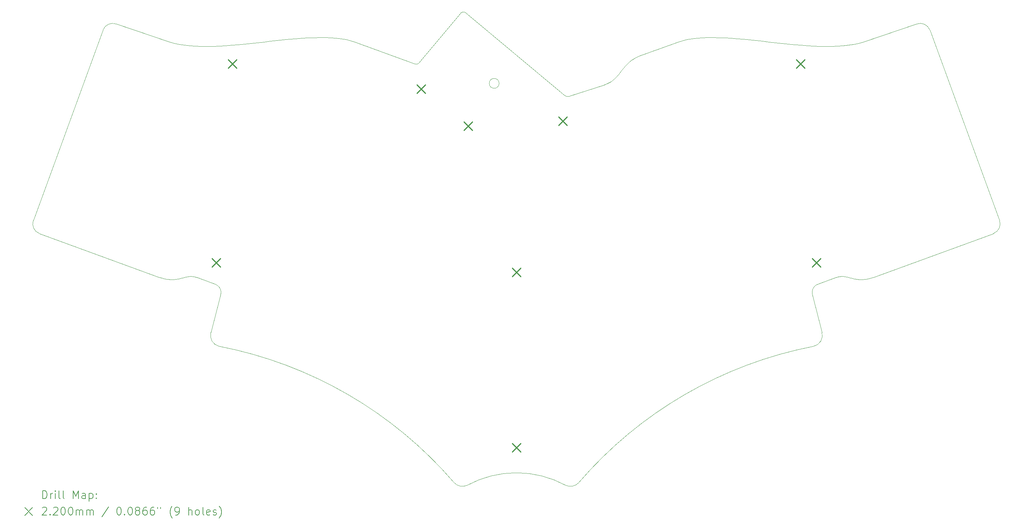
<source format=gbr>
%FSLAX45Y45*%
G04 Gerber Fmt 4.5, Leading zero omitted, Abs format (unit mm)*
G04 Created by KiCad (PCBNEW (6.0.0)) date 2023-05-15 23:42:06*
%MOMM*%
%LPD*%
G01*
G04 APERTURE LIST*
%ADD10C,0.050000*%
%TA.AperFunction,Profile*%
%ADD11C,0.050000*%
%TD*%
%ADD12C,0.200000*%
%ADD13C,0.220000*%
G04 APERTURE END LIST*
D10*
X10699177Y-3970000D02*
X10588675Y-3936794D01*
X10471572Y-3910015D01*
X10348287Y-3889234D01*
X10219240Y-3874023D01*
X10084849Y-3863954D01*
X9945533Y-3858599D01*
X9801711Y-3857527D01*
X9653802Y-3860312D01*
X9502226Y-3866525D01*
X9347400Y-3875737D01*
X9189744Y-3887520D01*
X9029677Y-3901445D01*
X8867618Y-3917084D01*
X8703986Y-3934009D01*
X8539199Y-3951790D01*
X8373677Y-3970000D01*
X8207839Y-3988210D01*
X8042103Y-4005991D01*
X7876889Y-4022916D01*
X7712615Y-4038555D01*
X7549700Y-4052480D01*
X7388564Y-4064263D01*
X7229625Y-4073475D01*
X7073302Y-4079687D01*
X6920015Y-4082472D01*
X6770181Y-4081401D01*
X6624221Y-4076045D01*
X6482552Y-4065976D01*
X6345595Y-4050766D01*
X6213767Y-4029985D01*
X6087488Y-4003206D01*
X5967177Y-3970000D01*
D11*
X5667121Y-9982459D02*
X2635164Y-8873841D01*
X23699177Y-3970000D02*
X25069806Y-3511323D01*
D10*
X6679177Y-10000000D02*
X6647047Y-9989952D01*
X6616198Y-9982198D01*
X6586506Y-9976568D01*
X6557845Y-9972895D01*
X6530091Y-9971012D01*
X6503119Y-9970749D01*
X6476803Y-9971939D01*
X6451020Y-9974413D01*
X6425644Y-9978005D01*
X6400550Y-9982546D01*
X6375613Y-9987867D01*
X6350709Y-9993802D01*
X6325713Y-10000181D01*
X6300499Y-10006837D01*
X6274943Y-10013602D01*
X6248920Y-10020307D01*
X6222305Y-10026786D01*
X6194973Y-10032869D01*
X6166800Y-10038389D01*
X6137659Y-10043178D01*
X6107428Y-10047068D01*
X6075980Y-10049891D01*
X6043190Y-10051478D01*
X6008935Y-10051662D01*
X5973088Y-10050275D01*
X5935525Y-10047149D01*
X5896122Y-10042115D01*
X5854753Y-10035007D01*
X5811293Y-10025655D01*
X5765618Y-10013891D01*
X5717602Y-9999549D01*
X5667121Y-9982459D01*
D11*
X22437177Y-11760000D02*
G75*
G03*
X16427177Y-15250000I2007942J-10377602D01*
G01*
X13403440Y-3238738D02*
X12335215Y-4506896D01*
X2478455Y-8537246D02*
G75*
G03*
X2635164Y-8873841I246664J-89937D01*
G01*
X25406401Y-3668032D02*
G75*
G03*
X25069806Y-3511323I-246658J-89955D01*
G01*
D10*
X18967177Y-3970000D02*
X19077680Y-3936794D01*
X19194783Y-3910015D01*
X19318067Y-3889234D01*
X19447115Y-3874023D01*
X19581506Y-3863954D01*
X19720822Y-3858599D01*
X19864644Y-3857527D01*
X20012552Y-3860312D01*
X20164129Y-3866525D01*
X20318955Y-3875737D01*
X20476610Y-3887520D01*
X20636677Y-3901445D01*
X20798736Y-3917084D01*
X20962369Y-3934009D01*
X21127155Y-3951790D01*
X21292677Y-3970000D01*
X21458516Y-3988210D01*
X21624251Y-4005991D01*
X21789466Y-4022916D01*
X21953740Y-4038555D01*
X22116654Y-4052480D01*
X22277790Y-4064263D01*
X22436729Y-4073475D01*
X22593052Y-4079687D01*
X22746340Y-4082472D01*
X22896173Y-4081401D01*
X23042134Y-4076045D01*
X23183802Y-4065976D01*
X23320760Y-4050766D01*
X23452587Y-4029985D01*
X23578866Y-4003206D01*
X23699177Y-3970000D01*
X22557177Y-10160000D02*
X22546955Y-10163897D01*
X22536925Y-10168091D01*
X22527101Y-10172586D01*
X22517500Y-10177386D01*
X22508138Y-10182496D01*
X22499030Y-10187918D01*
X22490191Y-10193657D01*
X22481638Y-10199717D01*
X22473385Y-10206102D01*
X22465449Y-10212816D01*
X22457846Y-10219863D01*
X22450590Y-10227247D01*
X22443699Y-10234973D01*
X22437186Y-10243043D01*
X22431068Y-10251462D01*
X22425361Y-10260234D01*
X22420080Y-10269364D01*
X22415240Y-10278854D01*
X22410858Y-10288710D01*
X22406950Y-10298934D01*
X22403530Y-10309532D01*
X22400614Y-10320507D01*
X22398219Y-10331863D01*
X22396359Y-10343604D01*
X22395051Y-10355734D01*
X22394310Y-10368257D01*
X22394151Y-10381177D01*
X22394591Y-10394499D01*
X22395645Y-10408225D01*
X22397328Y-10422361D01*
X22399656Y-10436910D01*
X22402646Y-10451876D01*
X22987177Y-10000000D02*
X23019307Y-9989952D01*
X23050156Y-9982198D01*
X23079848Y-9976568D01*
X23108509Y-9972895D01*
X23136263Y-9971012D01*
X23163236Y-9970749D01*
X23189551Y-9971939D01*
X23215334Y-9974413D01*
X23240710Y-9978005D01*
X23265804Y-9982546D01*
X23290741Y-9987867D01*
X23315645Y-9993802D01*
X23340641Y-10000181D01*
X23365855Y-10006837D01*
X23391411Y-10013602D01*
X23417434Y-10020307D01*
X23444049Y-10026786D01*
X23471381Y-10032869D01*
X23499555Y-10038389D01*
X23528695Y-10043178D01*
X23558926Y-10047068D01*
X23590375Y-10049891D01*
X23623164Y-10051478D01*
X23657420Y-10051662D01*
X23693266Y-10050275D01*
X23730829Y-10047149D01*
X23770232Y-10042115D01*
X23811602Y-10035007D01*
X23855061Y-10025655D01*
X23900737Y-10013891D01*
X23948752Y-9999549D01*
X23999233Y-9982459D01*
D11*
X4596548Y-3511323D02*
X5967177Y-3970000D01*
X2478455Y-8537246D02*
X4259953Y-3668032D01*
X13542177Y-3225000D02*
G75*
G03*
X13403440Y-3238738I-62500J-76238D01*
G01*
X25406401Y-3668032D02*
X27187900Y-8537246D01*
X6679177Y-10000000D02*
X7109177Y-10160000D01*
X22402646Y-10451876D02*
X22646699Y-11409954D01*
X27031191Y-8873841D02*
X23999233Y-9982459D01*
D10*
X16061113Y-5335485D02*
X16066794Y-5339941D01*
X16072573Y-5343949D01*
X16078433Y-5347528D01*
X16084355Y-5350700D01*
X16090322Y-5353482D01*
X16096313Y-5355897D01*
X16102313Y-5357964D01*
X16108301Y-5359703D01*
X16114260Y-5361135D01*
X16120171Y-5362279D01*
X16126016Y-5363156D01*
X16131777Y-5363785D01*
X16137436Y-5364188D01*
X16142974Y-5364384D01*
X16148372Y-5364392D01*
X16153613Y-5364235D01*
X16158679Y-5363930D01*
X16168209Y-5362963D01*
X16176816Y-5361651D01*
X16184354Y-5360157D01*
X16190676Y-5358640D01*
X16195635Y-5357262D01*
X16200882Y-5355569D01*
X16201113Y-5355485D01*
D11*
X4596548Y-3511323D02*
G75*
G03*
X4259953Y-3668032I-89937J-246664D01*
G01*
X13239177Y-15250000D02*
G75*
G03*
X7229177Y-11760000I-8017942J-6887603D01*
G01*
X22437177Y-11760000D02*
G75*
G03*
X22646699Y-11409954I-64214J276164D01*
G01*
X12231344Y-4530495D02*
X10699177Y-3970000D01*
X14390287Y-5031503D02*
G75*
G03*
X14390287Y-5031503I-125952J0D01*
G01*
X13239177Y-15250000D02*
G75*
G03*
X13569177Y-15320000I213618J194198D01*
G01*
X16061113Y-5335485D02*
X13542177Y-3225000D01*
X17067177Y-5070000D02*
X16201113Y-5355485D01*
X7019656Y-11409954D02*
G75*
G03*
X7229177Y-11760000I273736J-73882D01*
G01*
D10*
X17947177Y-4340000D02*
X17905430Y-4360173D01*
X17866323Y-4381267D01*
X17829684Y-4403207D01*
X17795341Y-4425918D01*
X17763123Y-4449325D01*
X17732856Y-4473352D01*
X17704369Y-4497925D01*
X17677490Y-4522969D01*
X17652046Y-4548408D01*
X17627866Y-4574167D01*
X17604777Y-4600172D01*
X17582607Y-4626348D01*
X17561184Y-4652618D01*
X17540336Y-4678909D01*
X17519891Y-4705144D01*
X17499677Y-4731250D01*
X17479522Y-4757151D01*
X17459252Y-4782771D01*
X17438698Y-4808036D01*
X17417685Y-4832871D01*
X17396043Y-4857201D01*
X17373598Y-4880950D01*
X17350180Y-4904043D01*
X17325615Y-4926406D01*
X17299732Y-4947964D01*
X17272358Y-4968640D01*
X17243322Y-4988361D01*
X17212451Y-5007051D01*
X17179573Y-5024635D01*
X17144516Y-5041038D01*
X17107108Y-5056184D01*
X17067177Y-5070000D01*
D11*
X27031191Y-8873841D02*
G75*
G03*
X27187900Y-8537246I-89955J246658D01*
G01*
X7019656Y-11409954D02*
X7263708Y-10451876D01*
D10*
X7109177Y-10160000D02*
X7119399Y-10163897D01*
X7129430Y-10168091D01*
X7139253Y-10172586D01*
X7148854Y-10177386D01*
X7158216Y-10182496D01*
X7167325Y-10187918D01*
X7176163Y-10193657D01*
X7184717Y-10199717D01*
X7192969Y-10206102D01*
X7200905Y-10212816D01*
X7208508Y-10219863D01*
X7215764Y-10227247D01*
X7222656Y-10234973D01*
X7229168Y-10243043D01*
X7235286Y-10251462D01*
X7240993Y-10260234D01*
X7246275Y-10269364D01*
X7251114Y-10278854D01*
X7255496Y-10288710D01*
X7259404Y-10298934D01*
X7262824Y-10309532D01*
X7265740Y-10320507D01*
X7268135Y-10331863D01*
X7269995Y-10343604D01*
X7271303Y-10355734D01*
X7272044Y-10368257D01*
X7272203Y-10381177D01*
X7271763Y-10394499D01*
X7270710Y-10408225D01*
X7269026Y-10422361D01*
X7266698Y-10436910D01*
X7263708Y-10451876D01*
D11*
X22557177Y-10160000D02*
X22987177Y-10000000D01*
X18967177Y-3970000D02*
X17947177Y-4340000D01*
D10*
X12231344Y-4530495D02*
X12240051Y-4532923D01*
X12248432Y-4534722D01*
X12256495Y-4535915D01*
X12264246Y-4536525D01*
X12271690Y-4536576D01*
X12278835Y-4536091D01*
X12285687Y-4535093D01*
X12292252Y-4533605D01*
X12298536Y-4531652D01*
X12304547Y-4529256D01*
X12310290Y-4526441D01*
X12315772Y-4523231D01*
X12320999Y-4519647D01*
X12325977Y-4515715D01*
X12330714Y-4511456D01*
X12335215Y-4506896D01*
D11*
X16097177Y-15320000D02*
G75*
G03*
X16427177Y-15250000I116382J264198D01*
G01*
X16097177Y-15320000D02*
G75*
G03*
X13569177Y-15320000I-1264000J-2313266D01*
G01*
D12*
D13*
X7049177Y-9510000D02*
X7269177Y-9730000D01*
X7269177Y-9510000D02*
X7049177Y-9730000D01*
X7459177Y-4420000D02*
X7679177Y-4640000D01*
X7679177Y-4420000D02*
X7459177Y-4640000D01*
X12282177Y-5065000D02*
X12502177Y-5285000D01*
X12502177Y-5065000D02*
X12282177Y-5285000D01*
X13487177Y-6010000D02*
X13707177Y-6230000D01*
X13707177Y-6010000D02*
X13487177Y-6230000D01*
X14723177Y-9758000D02*
X14943177Y-9978000D01*
X14943177Y-9758000D02*
X14723177Y-9978000D01*
X14723177Y-14240000D02*
X14943177Y-14460000D01*
X14943177Y-14240000D02*
X14723177Y-14460000D01*
X15907177Y-5890000D02*
X16127177Y-6110000D01*
X16127177Y-5890000D02*
X15907177Y-6110000D01*
X21987177Y-4420000D02*
X22207177Y-4640000D01*
X22207177Y-4420000D02*
X21987177Y-4640000D01*
X22397177Y-9510000D02*
X22617177Y-9730000D01*
X22617177Y-9510000D02*
X22397177Y-9730000D01*
D12*
X2717689Y-15657474D02*
X2717689Y-15457474D01*
X2765308Y-15457474D01*
X2793879Y-15466998D01*
X2812927Y-15486046D01*
X2822451Y-15505093D01*
X2831975Y-15543188D01*
X2831975Y-15571760D01*
X2822451Y-15609855D01*
X2812927Y-15628903D01*
X2793879Y-15647950D01*
X2765308Y-15657474D01*
X2717689Y-15657474D01*
X2917689Y-15657474D02*
X2917689Y-15524141D01*
X2917689Y-15562236D02*
X2927213Y-15543188D01*
X2936736Y-15533665D01*
X2955784Y-15524141D01*
X2974832Y-15524141D01*
X3041498Y-15657474D02*
X3041498Y-15524141D01*
X3041498Y-15457474D02*
X3031975Y-15466998D01*
X3041498Y-15476522D01*
X3051022Y-15466998D01*
X3041498Y-15457474D01*
X3041498Y-15476522D01*
X3165308Y-15657474D02*
X3146260Y-15647950D01*
X3136736Y-15628903D01*
X3136736Y-15457474D01*
X3270070Y-15657474D02*
X3251022Y-15647950D01*
X3241498Y-15628903D01*
X3241498Y-15457474D01*
X3498641Y-15657474D02*
X3498641Y-15457474D01*
X3565308Y-15600331D01*
X3631975Y-15457474D01*
X3631975Y-15657474D01*
X3812927Y-15657474D02*
X3812927Y-15552712D01*
X3803403Y-15533665D01*
X3784356Y-15524141D01*
X3746260Y-15524141D01*
X3727213Y-15533665D01*
X3812927Y-15647950D02*
X3793879Y-15657474D01*
X3746260Y-15657474D01*
X3727213Y-15647950D01*
X3717689Y-15628903D01*
X3717689Y-15609855D01*
X3727213Y-15590808D01*
X3746260Y-15581284D01*
X3793879Y-15581284D01*
X3812927Y-15571760D01*
X3908165Y-15524141D02*
X3908165Y-15724141D01*
X3908165Y-15533665D02*
X3927213Y-15524141D01*
X3965308Y-15524141D01*
X3984356Y-15533665D01*
X3993879Y-15543188D01*
X4003403Y-15562236D01*
X4003403Y-15619379D01*
X3993879Y-15638427D01*
X3984356Y-15647950D01*
X3965308Y-15657474D01*
X3927213Y-15657474D01*
X3908165Y-15647950D01*
X4089117Y-15638427D02*
X4098641Y-15647950D01*
X4089117Y-15657474D01*
X4079594Y-15647950D01*
X4089117Y-15638427D01*
X4089117Y-15657474D01*
X4089117Y-15533665D02*
X4098641Y-15543188D01*
X4089117Y-15552712D01*
X4079594Y-15543188D01*
X4089117Y-15533665D01*
X4089117Y-15552712D01*
X2260070Y-15886998D02*
X2460070Y-16086998D01*
X2460070Y-15886998D02*
X2260070Y-16086998D01*
X2708165Y-15896522D02*
X2717689Y-15886998D01*
X2736737Y-15877474D01*
X2784356Y-15877474D01*
X2803403Y-15886998D01*
X2812927Y-15896522D01*
X2822451Y-15915569D01*
X2822451Y-15934617D01*
X2812927Y-15963188D01*
X2698641Y-16077474D01*
X2822451Y-16077474D01*
X2908165Y-16058427D02*
X2917689Y-16067950D01*
X2908165Y-16077474D01*
X2898641Y-16067950D01*
X2908165Y-16058427D01*
X2908165Y-16077474D01*
X2993879Y-15896522D02*
X3003403Y-15886998D01*
X3022451Y-15877474D01*
X3070070Y-15877474D01*
X3089117Y-15886998D01*
X3098641Y-15896522D01*
X3108165Y-15915569D01*
X3108165Y-15934617D01*
X3098641Y-15963188D01*
X2984356Y-16077474D01*
X3108165Y-16077474D01*
X3231975Y-15877474D02*
X3251022Y-15877474D01*
X3270070Y-15886998D01*
X3279594Y-15896522D01*
X3289117Y-15915569D01*
X3298641Y-15953665D01*
X3298641Y-16001284D01*
X3289117Y-16039379D01*
X3279594Y-16058427D01*
X3270070Y-16067950D01*
X3251022Y-16077474D01*
X3231975Y-16077474D01*
X3212927Y-16067950D01*
X3203403Y-16058427D01*
X3193879Y-16039379D01*
X3184356Y-16001284D01*
X3184356Y-15953665D01*
X3193879Y-15915569D01*
X3203403Y-15896522D01*
X3212927Y-15886998D01*
X3231975Y-15877474D01*
X3422451Y-15877474D02*
X3441498Y-15877474D01*
X3460546Y-15886998D01*
X3470070Y-15896522D01*
X3479594Y-15915569D01*
X3489117Y-15953665D01*
X3489117Y-16001284D01*
X3479594Y-16039379D01*
X3470070Y-16058427D01*
X3460546Y-16067950D01*
X3441498Y-16077474D01*
X3422451Y-16077474D01*
X3403403Y-16067950D01*
X3393879Y-16058427D01*
X3384356Y-16039379D01*
X3374832Y-16001284D01*
X3374832Y-15953665D01*
X3384356Y-15915569D01*
X3393879Y-15896522D01*
X3403403Y-15886998D01*
X3422451Y-15877474D01*
X3574832Y-16077474D02*
X3574832Y-15944141D01*
X3574832Y-15963188D02*
X3584356Y-15953665D01*
X3603403Y-15944141D01*
X3631975Y-15944141D01*
X3651022Y-15953665D01*
X3660546Y-15972712D01*
X3660546Y-16077474D01*
X3660546Y-15972712D02*
X3670070Y-15953665D01*
X3689117Y-15944141D01*
X3717689Y-15944141D01*
X3736736Y-15953665D01*
X3746260Y-15972712D01*
X3746260Y-16077474D01*
X3841498Y-16077474D02*
X3841498Y-15944141D01*
X3841498Y-15963188D02*
X3851022Y-15953665D01*
X3870070Y-15944141D01*
X3898641Y-15944141D01*
X3917689Y-15953665D01*
X3927213Y-15972712D01*
X3927213Y-16077474D01*
X3927213Y-15972712D02*
X3936736Y-15953665D01*
X3955784Y-15944141D01*
X3984356Y-15944141D01*
X4003403Y-15953665D01*
X4012927Y-15972712D01*
X4012927Y-16077474D01*
X4403403Y-15867950D02*
X4231975Y-16125093D01*
X4660546Y-15877474D02*
X4679594Y-15877474D01*
X4698641Y-15886998D01*
X4708165Y-15896522D01*
X4717689Y-15915569D01*
X4727213Y-15953665D01*
X4727213Y-16001284D01*
X4717689Y-16039379D01*
X4708165Y-16058427D01*
X4698641Y-16067950D01*
X4679594Y-16077474D01*
X4660546Y-16077474D01*
X4641498Y-16067950D01*
X4631975Y-16058427D01*
X4622451Y-16039379D01*
X4612927Y-16001284D01*
X4612927Y-15953665D01*
X4622451Y-15915569D01*
X4631975Y-15896522D01*
X4641498Y-15886998D01*
X4660546Y-15877474D01*
X4812927Y-16058427D02*
X4822451Y-16067950D01*
X4812927Y-16077474D01*
X4803403Y-16067950D01*
X4812927Y-16058427D01*
X4812927Y-16077474D01*
X4946260Y-15877474D02*
X4965308Y-15877474D01*
X4984356Y-15886998D01*
X4993879Y-15896522D01*
X5003403Y-15915569D01*
X5012927Y-15953665D01*
X5012927Y-16001284D01*
X5003403Y-16039379D01*
X4993879Y-16058427D01*
X4984356Y-16067950D01*
X4965308Y-16077474D01*
X4946260Y-16077474D01*
X4927213Y-16067950D01*
X4917689Y-16058427D01*
X4908165Y-16039379D01*
X4898641Y-16001284D01*
X4898641Y-15953665D01*
X4908165Y-15915569D01*
X4917689Y-15896522D01*
X4927213Y-15886998D01*
X4946260Y-15877474D01*
X5127213Y-15963188D02*
X5108165Y-15953665D01*
X5098641Y-15944141D01*
X5089118Y-15925093D01*
X5089118Y-15915569D01*
X5098641Y-15896522D01*
X5108165Y-15886998D01*
X5127213Y-15877474D01*
X5165308Y-15877474D01*
X5184356Y-15886998D01*
X5193879Y-15896522D01*
X5203403Y-15915569D01*
X5203403Y-15925093D01*
X5193879Y-15944141D01*
X5184356Y-15953665D01*
X5165308Y-15963188D01*
X5127213Y-15963188D01*
X5108165Y-15972712D01*
X5098641Y-15982236D01*
X5089118Y-16001284D01*
X5089118Y-16039379D01*
X5098641Y-16058427D01*
X5108165Y-16067950D01*
X5127213Y-16077474D01*
X5165308Y-16077474D01*
X5184356Y-16067950D01*
X5193879Y-16058427D01*
X5203403Y-16039379D01*
X5203403Y-16001284D01*
X5193879Y-15982236D01*
X5184356Y-15972712D01*
X5165308Y-15963188D01*
X5374832Y-15877474D02*
X5336737Y-15877474D01*
X5317689Y-15886998D01*
X5308165Y-15896522D01*
X5289118Y-15925093D01*
X5279594Y-15963188D01*
X5279594Y-16039379D01*
X5289118Y-16058427D01*
X5298641Y-16067950D01*
X5317689Y-16077474D01*
X5355784Y-16077474D01*
X5374832Y-16067950D01*
X5384356Y-16058427D01*
X5393879Y-16039379D01*
X5393879Y-15991760D01*
X5384356Y-15972712D01*
X5374832Y-15963188D01*
X5355784Y-15953665D01*
X5317689Y-15953665D01*
X5298641Y-15963188D01*
X5289118Y-15972712D01*
X5279594Y-15991760D01*
X5565308Y-15877474D02*
X5527213Y-15877474D01*
X5508165Y-15886998D01*
X5498641Y-15896522D01*
X5479594Y-15925093D01*
X5470070Y-15963188D01*
X5470070Y-16039379D01*
X5479594Y-16058427D01*
X5489118Y-16067950D01*
X5508165Y-16077474D01*
X5546260Y-16077474D01*
X5565308Y-16067950D01*
X5574832Y-16058427D01*
X5584356Y-16039379D01*
X5584356Y-15991760D01*
X5574832Y-15972712D01*
X5565308Y-15963188D01*
X5546260Y-15953665D01*
X5508165Y-15953665D01*
X5489118Y-15963188D01*
X5479594Y-15972712D01*
X5470070Y-15991760D01*
X5660546Y-15877474D02*
X5660546Y-15915569D01*
X5736736Y-15877474D02*
X5736736Y-15915569D01*
X6031975Y-16153665D02*
X6022451Y-16144141D01*
X6003403Y-16115569D01*
X5993879Y-16096522D01*
X5984356Y-16067950D01*
X5974832Y-16020331D01*
X5974832Y-15982236D01*
X5984356Y-15934617D01*
X5993879Y-15906046D01*
X6003403Y-15886998D01*
X6022451Y-15858427D01*
X6031975Y-15848903D01*
X6117689Y-16077474D02*
X6155784Y-16077474D01*
X6174832Y-16067950D01*
X6184356Y-16058427D01*
X6203403Y-16029855D01*
X6212927Y-15991760D01*
X6212927Y-15915569D01*
X6203403Y-15896522D01*
X6193879Y-15886998D01*
X6174832Y-15877474D01*
X6136736Y-15877474D01*
X6117689Y-15886998D01*
X6108165Y-15896522D01*
X6098641Y-15915569D01*
X6098641Y-15963188D01*
X6108165Y-15982236D01*
X6117689Y-15991760D01*
X6136736Y-16001284D01*
X6174832Y-16001284D01*
X6193879Y-15991760D01*
X6203403Y-15982236D01*
X6212927Y-15963188D01*
X6451022Y-16077474D02*
X6451022Y-15877474D01*
X6536736Y-16077474D02*
X6536736Y-15972712D01*
X6527213Y-15953665D01*
X6508165Y-15944141D01*
X6479594Y-15944141D01*
X6460546Y-15953665D01*
X6451022Y-15963188D01*
X6660546Y-16077474D02*
X6641498Y-16067950D01*
X6631975Y-16058427D01*
X6622451Y-16039379D01*
X6622451Y-15982236D01*
X6631975Y-15963188D01*
X6641498Y-15953665D01*
X6660546Y-15944141D01*
X6689117Y-15944141D01*
X6708165Y-15953665D01*
X6717689Y-15963188D01*
X6727213Y-15982236D01*
X6727213Y-16039379D01*
X6717689Y-16058427D01*
X6708165Y-16067950D01*
X6689117Y-16077474D01*
X6660546Y-16077474D01*
X6841498Y-16077474D02*
X6822451Y-16067950D01*
X6812927Y-16048903D01*
X6812927Y-15877474D01*
X6993879Y-16067950D02*
X6974832Y-16077474D01*
X6936736Y-16077474D01*
X6917689Y-16067950D01*
X6908165Y-16048903D01*
X6908165Y-15972712D01*
X6917689Y-15953665D01*
X6936736Y-15944141D01*
X6974832Y-15944141D01*
X6993879Y-15953665D01*
X7003403Y-15972712D01*
X7003403Y-15991760D01*
X6908165Y-16010808D01*
X7079594Y-16067950D02*
X7098641Y-16077474D01*
X7136736Y-16077474D01*
X7155784Y-16067950D01*
X7165308Y-16048903D01*
X7165308Y-16039379D01*
X7155784Y-16020331D01*
X7136736Y-16010808D01*
X7108165Y-16010808D01*
X7089117Y-16001284D01*
X7079594Y-15982236D01*
X7079594Y-15972712D01*
X7089117Y-15953665D01*
X7108165Y-15944141D01*
X7136736Y-15944141D01*
X7155784Y-15953665D01*
X7231975Y-16153665D02*
X7241498Y-16144141D01*
X7260546Y-16115569D01*
X7270070Y-16096522D01*
X7279594Y-16067950D01*
X7289117Y-16020331D01*
X7289117Y-15982236D01*
X7279594Y-15934617D01*
X7270070Y-15906046D01*
X7260546Y-15886998D01*
X7241498Y-15858427D01*
X7231975Y-15848903D01*
M02*

</source>
